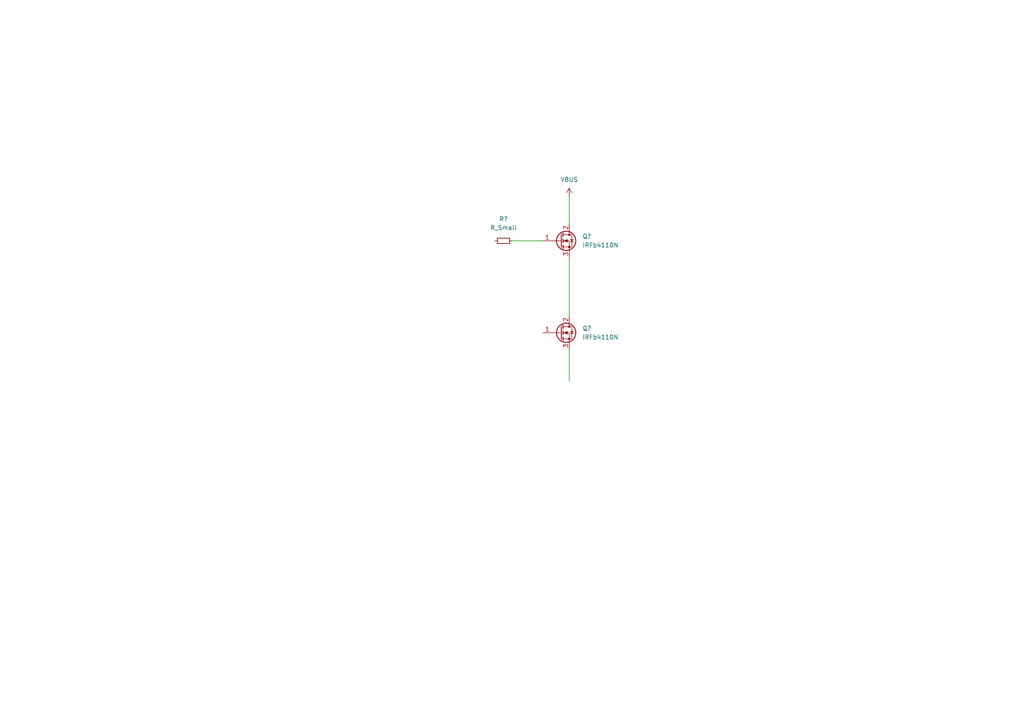
<source format=kicad_sch>
(kicad_sch (version 20211123) (generator eeschema)
  (paper "A4")
  (lib_symbols
    (symbol "Device:R_Small" (pin_numbers hide) (pin_names (offset 0.254) hide)
      (property "Reference" "R" (at 0.762 0.508 0))
      (property "Value" "R_Small" (at 0.762 -1.016 0))
      (symbol "R_Small_0_1"
        (rectangle (start -0.762 1.778) (end 0.762 -1.778) (stroke (width 0.2032)))
      )
      (symbol "R_Small_1_1"
        (pin passive line (at 0 2.54 270) (length 0.762) (name "~") (number "1"))
        (pin passive line (at 0 -2.54 90) (length 0.762) (name "~") (number "2"))
      )
    )
    (symbol "Transistor_FET:IRF540N" (pin_names hide)
      (property "Reference" "Q" (at 6.35 1.905 0))
      (property "Value" "IRF540N" (at 6.35 0 0))
      (symbol "IRF540N_0_1"
        (polyline (pts (xy 0.254 0) (xy -2.54 0)))
        (polyline (pts (xy 0.254 1.905) (xy 0.254 -1.905)) (stroke (width 0.254)))
        (polyline (pts (xy 0.762 -1.27) (xy 0.762 -2.286)) (stroke (width 0.254)))
        (polyline (pts (xy 0.762 0.508) (xy 0.762 -0.508)) (stroke (width 0.254)))
        (polyline (pts (xy 0.762 2.286) (xy 0.762 1.27)) (stroke (width 0.254)))
        (polyline (pts (xy 2.54 2.54) (xy 2.54 1.778)))
        (polyline (pts (xy 2.54 -2.54) (xy 2.54 0) (xy 0.762 0)))
        (polyline (pts (xy 0.762 -1.778) (xy 3.302 -1.778) (xy 3.302 1.778) (xy 0.762 1.778)))
        (polyline (pts (xy 1.016 0) (xy 2.032 0.381) (xy 2.032 -0.381) (xy 1.016 0)) (fill (type outline)))
        (polyline (pts (xy 2.794 0.508) (xy 2.921 0.381) (xy 3.683 0.381) (xy 3.81 0.254)))
        (polyline (pts (xy 3.302 0.381) (xy 2.921 -0.254) (xy 3.683 -0.254) (xy 3.302 0.381)))
        (circle (center 1.651 0) (radius 2.794) (stroke (width 0.254)))
        (circle (center 2.54 -1.778) (radius 0.254) (fill (type outline)))
        (circle (center 2.54 1.778) (radius 0.254) (fill (type outline)))
      )
      (symbol "IRF540N_1_1"
        (pin input line (at -5.08 0 0) (length 2.54) (name "G") (number "1"))
        (pin passive line (at 2.54 5.08 270) (length 2.54) (name "D") (number "2"))
        (pin passive line (at 2.54 -5.08 90) (length 2.54) (name "S") (number "3"))
      )
    )
    (symbol "power:VBUS" (power) (pin_names (offset 0))
      (property "Value" "VBUS" (at 0 3.81 0))
      (symbol "VBUS_0_1"
        (polyline (pts (xy -0.762 1.27) (xy 0 2.54)))
        (polyline (pts (xy 0 0) (xy 0 2.54)))
        (polyline (pts (xy 0 2.54) (xy 0.762 1.27)))
      )
      (symbol "VBUS_1_1"
        (pin power_in line (at 0 0 90) (length 0) hide (name "VBUS") (number "1"))
      )
    )
  )
  (wire (pts (xy 148.59 69.85) (xy 157.48 69.85)))
  (wire (pts (xy 165.1 57.15) (xy 165.1 64.77)))
  (wire (pts (xy 165.1 101.6) (xy 165.1 110.49)))
  (wire (pts (xy 165.1 74.93) (xy 165.1 91.44)))
  (symbol (lib_id "Transistor_FET:IRF540N") (at 162.56 69.85 0) (unit 1)
    (property "Reference" "Q?" (at 168.91 68.5799 0) (effects (justify left)))
    (property "Value" "IRFb4110N" (at 168.91 71.1199 0) (effects (justify left)))
    (property "Footprint" "Package_TO_SOT_THT:TO-220-3_Vertical" (effects hide))
    (property "Datasheet" "http://www.irf.com/product-info/datasheets/data/irf540n.pdf" (effects hide))
  )
  (symbol (lib_id "Device:R_Small") (at 146.05 69.85 90) (unit 1)
    (property "Reference" "R?" (at 146.05 63.5 90))
    (property "Value" "R_Small" (at 146.05 66.04 90))
  )
  (symbol (lib_id "power:VBUS") (at 165.1 57.15 0) (unit 1)
    (property "Reference" "#PWR?" (effects hide))
    (property "Value" "VBUS" (at 165.1 52.07 0))
  )
  (symbol (lib_id "Transistor_FET:IRF540N") (at 162.56 96.52 0) (unit 1)
    (property "Reference" "Q?" (at 168.91 95.2499 0) (effects (justify left)))
    (property "Value" "IRFb4110N" (at 168.91 97.7899 0) (effects (justify left)))
    (property "Footprint" "Package_TO_SOT_THT:TO-220-3_Vertical" (effects hide))
    (property "Datasheet" "http://www.irf.com/product-info/datasheets/data/irf540n.pdf" (effects hide))
  )
)
</source>
